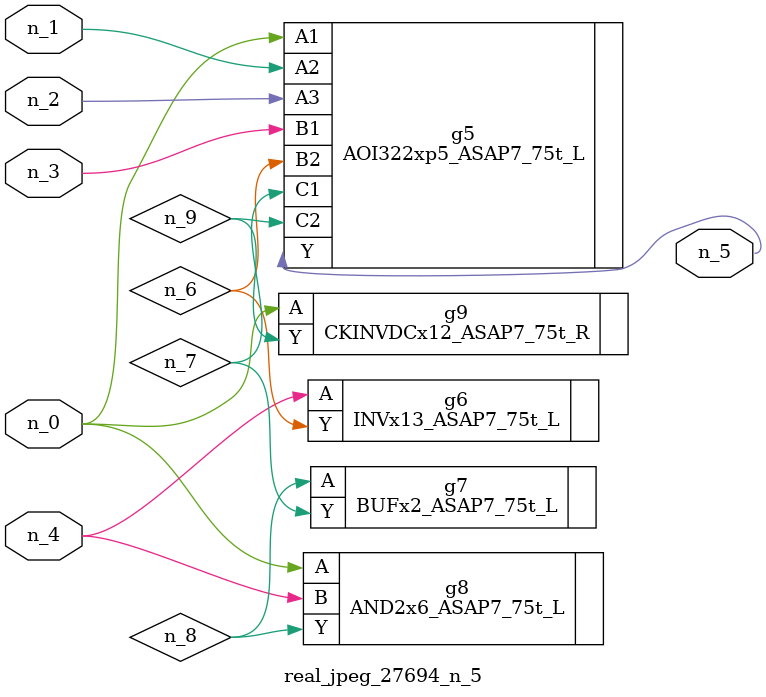
<source format=v>
module real_jpeg_27694_n_5 (n_4, n_0, n_1, n_2, n_3, n_5);

input n_4;
input n_0;
input n_1;
input n_2;
input n_3;

output n_5;

wire n_8;
wire n_6;
wire n_7;
wire n_9;

AOI322xp5_ASAP7_75t_L g5 ( 
.A1(n_0),
.A2(n_1),
.A3(n_2),
.B1(n_3),
.B2(n_6),
.C1(n_7),
.C2(n_9),
.Y(n_5)
);

AND2x6_ASAP7_75t_L g8 ( 
.A(n_0),
.B(n_4),
.Y(n_8)
);

CKINVDCx12_ASAP7_75t_R g9 ( 
.A(n_0),
.Y(n_9)
);

INVx13_ASAP7_75t_L g6 ( 
.A(n_4),
.Y(n_6)
);

BUFx2_ASAP7_75t_L g7 ( 
.A(n_8),
.Y(n_7)
);


endmodule
</source>
